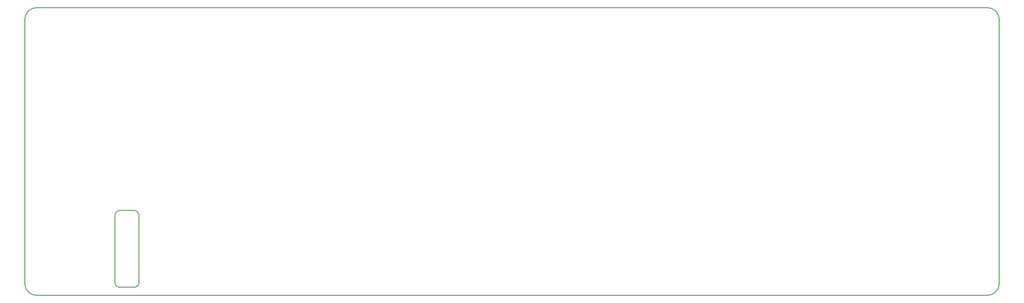
<source format=gbr>
%TF.GenerationSoftware,KiCad,Pcbnew,(5.0.0-rc2-dev-632-g76d3b6f04)*%
%TF.CreationDate,2018-06-22T20:28:34+02:00*%
%TF.ProjectId,CellsBoard,43656C6C73426F6172642E6B69636164,rev?*%
%TF.SameCoordinates,Original*%
%TF.FileFunction,Profile,NP*%
%FSLAX46Y46*%
G04 Gerber Fmt 4.6, Leading zero omitted, Abs format (unit mm)*
G04 Created by KiCad (PCBNEW (5.0.0-rc2-dev-632-g76d3b6f04)) date 06/22/18 20:28:34*
%MOMM*%
%LPD*%
G01*
G04 APERTURE LIST*
%ADD10C,0.150000*%
G04 APERTURE END LIST*
D10*
X69750000Y-132300000D02*
X72750000Y-132300000D01*
X68750000Y-147300000D02*
X68750000Y-133300000D01*
X72750000Y-148300000D02*
X69750000Y-148300000D01*
X73750000Y-133300000D02*
X73750000Y-147300000D01*
X69750000Y-148300000D02*
G75*
G02X68750000Y-147300000I0J1000000D01*
G01*
X68750000Y-133300000D02*
G75*
G02X69750000Y-132300000I1000000J0D01*
G01*
X72750000Y-132300000D02*
G75*
G02X73750000Y-133300000I0J-1000000D01*
G01*
X73750000Y-147300000D02*
G75*
G02X72750000Y-148300000I-1000000J0D01*
G01*
X250000000Y-90000000D02*
X52500000Y-90000000D01*
X250000000Y-90000000D02*
G75*
G02X252500000Y-92500000I0J-2500000D01*
G01*
X252500000Y-147500000D02*
X252500000Y-92500000D01*
X252500000Y-147500000D02*
G75*
G02X250000000Y-150000000I-2500000J0D01*
G01*
X52500000Y-150000000D02*
X250000000Y-150000000D01*
X52500000Y-150000000D02*
G75*
G02X50000000Y-147500000I0J2500000D01*
G01*
X50000000Y-92500000D02*
X50000000Y-147500000D01*
X50000000Y-92500000D02*
G75*
G02X52500000Y-90000000I2500000J0D01*
G01*
M02*

</source>
